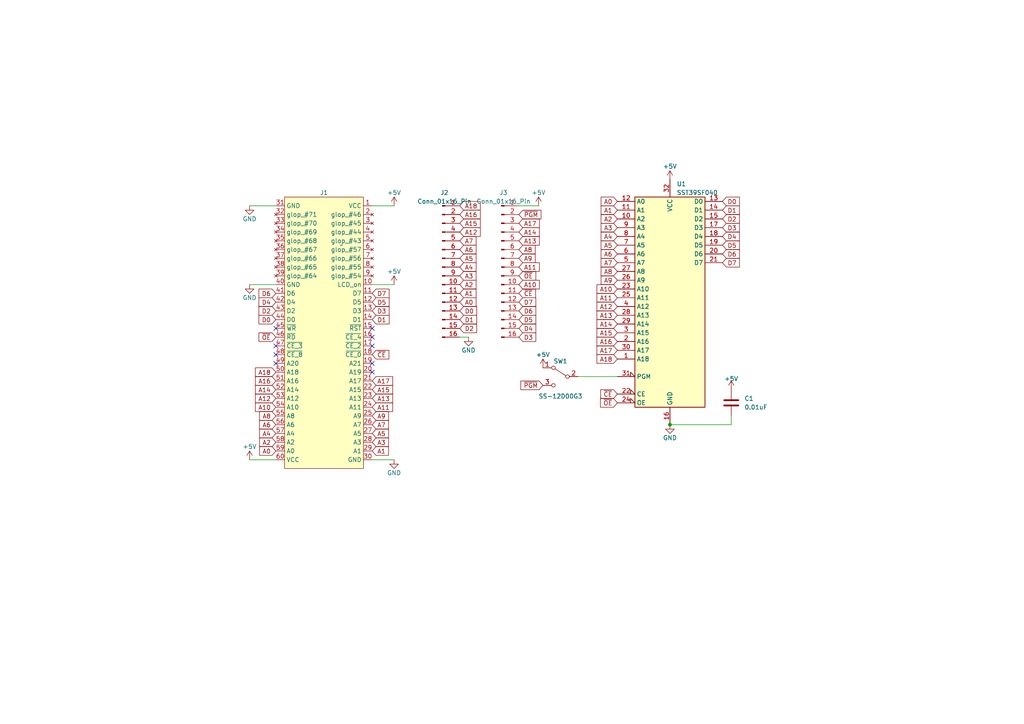
<source format=kicad_sch>
(kicad_sch (version 20230121) (generator eeschema)
  (paper "A4")
  (lib_symbols
    (symbol "Connector:Conn_01x16_Pin" (pin_names (offset 1.016) hide)
      (property "Reference" "J" (at 0 20.32 0))
      (property "Value" "Conn_01x16_Pin" (at 0 -22.86 0))
      (symbol "Conn_01x16_Pin_1_1"
        (polyline (pts (xy 1.27 -20.32) (xy 0.8636 -20.32)) (stroke (width 0.1524)))
        (polyline (pts (xy 1.27 -17.78) (xy 0.8636 -17.78)) (stroke (width 0.1524)))
        (polyline (pts (xy 1.27 -15.24) (xy 0.8636 -15.24)) (stroke (width 0.1524)))
        (polyline (pts (xy 1.27 -12.7) (xy 0.8636 -12.7)) (stroke (width 0.1524)))
        (polyline (pts (xy 1.27 -10.16) (xy 0.8636 -10.16)) (stroke (width 0.1524)))
        (polyline (pts (xy 1.27 -7.62) (xy 0.8636 -7.62)) (stroke (width 0.1524)))
        (polyline (pts (xy 1.27 -5.08) (xy 0.8636 -5.08)) (stroke (width 0.1524)))
        (polyline (pts (xy 1.27 -2.54) (xy 0.8636 -2.54)) (stroke (width 0.1524)))
        (polyline (pts (xy 1.27 0) (xy 0.8636 0)) (stroke (width 0.1524)))
        (polyline (pts (xy 1.27 2.54) (xy 0.8636 2.54)) (stroke (width 0.1524)))
        (polyline (pts (xy 1.27 5.08) (xy 0.8636 5.08)) (stroke (width 0.1524)))
        (polyline (pts (xy 1.27 7.62) (xy 0.8636 7.62)) (stroke (width 0.1524)))
        (polyline (pts (xy 1.27 10.16) (xy 0.8636 10.16)) (stroke (width 0.1524)))
        (polyline (pts (xy 1.27 12.7) (xy 0.8636 12.7)) (stroke (width 0.1524)))
        (polyline (pts (xy 1.27 15.24) (xy 0.8636 15.24)) (stroke (width 0.1524)))
        (polyline (pts (xy 1.27 17.78) (xy 0.8636 17.78)) (stroke (width 0.1524)))
        (rectangle (start 0.8636 -20.193) (end 0 -20.447) (stroke (width 0.1524)) (fill (type outline)))
        (rectangle (start 0.8636 -17.653) (end 0 -17.907) (stroke (width 0.1524)) (fill (type outline)))
        (rectangle (start 0.8636 -15.113) (end 0 -15.367) (stroke (width 0.1524)) (fill (type outline)))
        (rectangle (start 0.8636 -12.573) (end 0 -12.827) (stroke (width 0.1524)) (fill (type outline)))
        (rectangle (start 0.8636 -10.033) (end 0 -10.287) (stroke (width 0.1524)) (fill (type outline)))
        (rectangle (start 0.8636 -7.493) (end 0 -7.747) (stroke (width 0.1524)) (fill (type outline)))
        (rectangle (start 0.8636 -4.953) (end 0 -5.207) (stroke (width 0.1524)) (fill (type outline)))
        (rectangle (start 0.8636 -2.413) (end 0 -2.667) (stroke (width 0.1524)) (fill (type outline)))
        (rectangle (start 0.8636 0.127) (end 0 -0.127) (stroke (width 0.1524)) (fill (type outline)))
        (rectangle (start 0.8636 2.667) (end 0 2.413) (stroke (width 0.1524)) (fill (type outline)))
        (rectangle (start 0.8636 5.207) (end 0 4.953) (stroke (width 0.1524)) (fill (type outline)))
        (rectangle (start 0.8636 7.747) (end 0 7.493) (stroke (width 0.1524)) (fill (type outline)))
        (rectangle (start 0.8636 10.287) (end 0 10.033) (stroke (width 0.1524)) (fill (type outline)))
        (rectangle (start 0.8636 12.827) (end 0 12.573) (stroke (width 0.1524)) (fill (type outline)))
        (rectangle (start 0.8636 15.367) (end 0 15.113) (stroke (width 0.1524)) (fill (type outline)))
        (rectangle (start 0.8636 17.907) (end 0 17.653) (stroke (width 0.1524)) (fill (type outline)))
        (pin passive line (at 5.08 17.78 180) (length 3.81) (name "Pin_1") (number "1"))
        (pin passive line (at 5.08 -5.08 180) (length 3.81) (name "Pin_10") (number "10"))
        (pin passive line (at 5.08 -7.62 180) (length 3.81) (name "Pin_11") (number "11"))
        (pin passive line (at 5.08 -10.16 180) (length 3.81) (name "Pin_12") (number "12"))
        (pin passive line (at 5.08 -12.7 180) (length 3.81) (name "Pin_13") (number "13"))
        (pin passive line (at 5.08 -15.24 180) (length 3.81) (name "Pin_14") (number "14"))
        (pin passive line (at 5.08 -17.78 180) (length 3.81) (name "Pin_15") (number "15"))
        (pin passive line (at 5.08 -20.32 180) (length 3.81) (name "Pin_16") (number "16"))
        (pin passive line (at 5.08 15.24 180) (length 3.81) (name "Pin_2") (number "2"))
        (pin passive line (at 5.08 12.7 180) (length 3.81) (name "Pin_3") (number "3"))
        (pin passive line (at 5.08 10.16 180) (length 3.81) (name "Pin_4") (number "4"))
        (pin passive line (at 5.08 7.62 180) (length 3.81) (name "Pin_5") (number "5"))
        (pin passive line (at 5.08 5.08 180) (length 3.81) (name "Pin_6") (number "6"))
        (pin passive line (at 5.08 2.54 180) (length 3.81) (name "Pin_7") (number "7"))
        (pin passive line (at 5.08 0 180) (length 3.81) (name "Pin_8") (number "8"))
        (pin passive line (at 5.08 -2.54 180) (length 3.81) (name "Pin_9") (number "9"))
      )
    )
    (symbol "Device:C" (pin_numbers hide) (pin_names (offset 0.254))
      (property "Reference" "C" (at 0.635 2.54 0))
      (property "Value" "C" (at 0.635 -2.54 0))
      (symbol "C_0_1"
        (polyline (pts (xy -2.032 -0.762) (xy 2.032 -0.762)) (stroke (width 0.508)))
        (polyline (pts (xy -2.032 0.762) (xy 2.032 0.762)) (stroke (width 0.508)))
      )
      (symbol "C_1_1"
        (pin passive line (at 0 3.81 270) (length 2.794) (name "~") (number "1"))
        (pin passive line (at 0 -3.81 90) (length 2.794) (name "~") (number "2"))
      )
    )
    (symbol "Memory_Flash:SST39SF040"
      (property "Reference" "U" (at 2.54 33.02 0))
      (property "Value" "SST39SF040" (at 0 -30.48 0))
      (symbol "SST39SF040_0_0"
        (pin power_in line (at 0 -34.29 90) (length 5.08) (name "GND") (number "16"))
        (pin power_in line (at 0 36.83 270) (length 5.08) (name "VCC") (number "32"))
      )
      (symbol "SST39SF040_0_1"
        (rectangle (start -10.16 31.75) (end 10.16 -29.21) (stroke (width 0.254)) (fill (type background)))
      )
      (symbol "SST39SF040_1_1"
        (pin input line (at -15.24 -15.24 0) (length 5.08) (name "A18") (number "1"))
        (pin input line (at -15.24 25.4 0) (length 5.08) (name "A2") (number "10"))
        (pin input line (at -15.24 27.94 0) (length 5.08) (name "A1") (number "11"))
        (pin input line (at -15.24 30.48 0) (length 5.08) (name "A0") (number "12"))
        (pin tri_state line (at 15.24 30.48 180) (length 5.08) (name "D0") (number "13"))
        (pin tri_state line (at 15.24 27.94 180) (length 5.08) (name "D1") (number "14"))
        (pin tri_state line (at 15.24 25.4 180) (length 5.08) (name "D2") (number "15"))
        (pin tri_state line (at 15.24 22.86 180) (length 5.08) (name "D3") (number "17"))
        (pin tri_state line (at 15.24 20.32 180) (length 5.08) (name "D4") (number "18"))
        (pin tri_state line (at 15.24 17.78 180) (length 5.08) (name "D5") (number "19"))
        (pin input line (at -15.24 -10.16 0) (length 5.08) (name "A16") (number "2"))
        (pin tri_state line (at 15.24 15.24 180) (length 5.08) (name "D6") (number "20"))
        (pin tri_state line (at 15.24 12.7 180) (length 5.08) (name "D7") (number "21"))
        (pin input input_low (at -15.24 -25.4 0) (length 5.08) (name "CE") (number "22"))
        (pin input line (at -15.24 5.08 0) (length 5.08) (name "A10") (number "23"))
        (pin input input_low (at -15.24 -27.94 0) (length 5.08) (name "OE") (number "24"))
        (pin input line (at -15.24 2.54 0) (length 5.08) (name "A11") (number "25"))
        (pin input line (at -15.24 7.62 0) (length 5.08) (name "A9") (number "26"))
        (pin input line (at -15.24 10.16 0) (length 5.08) (name "A8") (number "27"))
        (pin input line (at -15.24 -2.54 0) (length 5.08) (name "A13") (number "28"))
        (pin input line (at -15.24 -5.08 0) (length 5.08) (name "A14") (number "29"))
        (pin input line (at -15.24 -7.62 0) (length 5.08) (name "A15") (number "3"))
        (pin input line (at -15.24 -12.7 0) (length 5.08) (name "A17") (number "30"))
        (pin input input_low (at -15.24 -20.32 0) (length 5.08) (name "PGM") (number "31"))
        (pin input line (at -15.24 0 0) (length 5.08) (name "A12") (number "4"))
        (pin input line (at -15.24 12.7 0) (length 5.08) (name "A7") (number "5"))
        (pin input line (at -15.24 15.24 0) (length 5.08) (name "A6") (number "6"))
        (pin input line (at -15.24 17.78 0) (length 5.08) (name "A5") (number "7"))
        (pin input line (at -15.24 20.32 0) (length 5.08) (name "A4") (number "8"))
        (pin input line (at -15.24 22.86 0) (length 5.08) (name "A3") (number "9"))
      )
    )
    (symbol "Switch:SW_SPDT" (pin_names (offset 0) hide)
      (property "Reference" "SW" (at 0 4.318 0))
      (property "Value" "SW_SPDT" (at 0 -5.08 0))
      (symbol "SW_SPDT_0_0"
        (circle (center -2.032 0) (radius 0.508))
        (circle (center 2.032 -2.54) (radius 0.508))
      )
      (symbol "SW_SPDT_0_1"
        (polyline (pts (xy -1.524 0.254) (xy 1.651 2.286)))
        (circle (center 2.032 2.54) (radius 0.508))
      )
      (symbol "SW_SPDT_1_1"
        (pin passive line (at 5.08 2.54 180) (length 2.54) (name "A") (number "1"))
        (pin passive line (at -5.08 0 0) (length 2.54) (name "B") (number "2"))
        (pin passive line (at 5.08 -2.54 180) (length 2.54) (name "C") (number "3"))
      )
    )
    (symbol "power:+5V" (power) (pin_names (offset 0))
      (property "Value" "+5V" (at 0 3.556 0))
      (symbol "+5V_0_1"
        (polyline (pts (xy -0.762 1.27) (xy 0 2.54)))
        (polyline (pts (xy 0 0) (xy 0 2.54)))
        (polyline (pts (xy 0 2.54) (xy 0.762 1.27)))
      )
      (symbol "+5V_1_1"
        (pin power_in line (at 0 0 90) (length 0) hide (name "+5V") (number "1"))
      )
    )
    (symbol "power:GND" (power) (pin_names (offset 0))
      (property "Value" "GND" (at 0 -3.81 0))
      (symbol "GND_0_1"
        (polyline (pts (xy 0 0) (xy 0 -1.27) (xy 1.27 -1.27) (xy 0 -2.54) (xy -1.27 -1.27) (xy 0 -1.27)))
      )
      (symbol "GND_1_1"
        (pin power_in line (at 0 0 270) (length 0) hide (name "GND") (number "1"))
      )
    )
    (symbol "symbols:GameKing" (in_bom no)
      (property "Reference" "J" (at -10.16 40.64 0))
      (symbol "GameKing_1_1"
        (rectangle (start -11.43 39.37) (end 11.43 -39.37) (fill (type background)))
        (pin power_out line (at 13.97 36.83 180) (length 2.54) (name "VCC") (number "1"))
        (pin power_in line (at 13.97 13.97 180) (length 2.54) (name "LCD_on") (number "10"))
        (pin bidirectional line (at 13.97 11.43 180) (length 2.54) (name "D7") (number "11"))
        (pin bidirectional line (at 13.97 8.89 180) (length 2.54) (name "D5") (number "12"))
        (pin bidirectional line (at 13.97 6.35 180) (length 2.54) (name "D3") (number "13"))
        (pin bidirectional line (at 13.97 3.81 180) (length 2.54) (name "D1") (number "14"))
        (pin input line (at 13.97 1.27 180) (length 2.54) (name "~{RST}") (number "15"))
        (pin output line (at 13.97 -1.27 180) (length 2.54) (name "~{CE_4}") (number "16"))
        (pin output line (at 13.97 -3.81 180) (length 2.54) (name "~{CE_2}") (number "17"))
        (pin output line (at 13.97 -6.35 180) (length 2.54) (name "~{CE_0}") (number "18"))
        (pin output line (at 13.97 -8.89 180) (length 2.54) (name "A21") (number "19"))
        (pin no_connect line (at 13.97 34.29 180) (length 2.54) (name "glop_#46") (number "2"))
        (pin output line (at 13.97 -11.43 180) (length 2.54) (name "A19") (number "20"))
        (pin output line (at 13.97 -13.97 180) (length 2.54) (name "A17") (number "21"))
        (pin output line (at 13.97 -16.51 180) (length 2.54) (name "A15") (number "22"))
        (pin output line (at 13.97 -19.05 180) (length 2.54) (name "A13") (number "23"))
        (pin output line (at 13.97 -21.59 180) (length 2.54) (name "A11") (number "24"))
        (pin output line (at 13.97 -24.13 180) (length 2.54) (name "A9") (number "25"))
        (pin output line (at 13.97 -26.67 180) (length 2.54) (name "A7") (number "26"))
        (pin output line (at 13.97 -29.21 180) (length 2.54) (name "A5") (number "27"))
        (pin output line (at 13.97 -31.75 180) (length 2.54) (name "A3") (number "28"))
        (pin output line (at 13.97 -34.29 180) (length 2.54) (name "A1") (number "29"))
        (pin no_connect line (at 13.97 31.75 180) (length 2.54) (name "glop_#45") (number "3"))
        (pin power_out line (at 13.97 -36.83 180) (length 2.54) (name "GND") (number "30"))
        (pin power_in line (at -13.97 36.83 0) (length 2.54) (name "GND") (number "31"))
        (pin no_connect line (at -13.97 34.29 0) (length 2.54) (name "glop_#71") (number "32"))
        (pin no_connect line (at -13.97 31.75 0) (length 2.54) (name "glop_#70") (number "33"))
        (pin no_connect line (at -13.97 29.21 0) (length 2.54) (name "glop_#69") (number "34"))
        (pin no_connect line (at -13.97 26.67 0) (length 2.54) (name "glop_#68") (number "35"))
        (pin no_connect line (at -13.97 24.13 0) (length 2.54) (name "glop_#67") (number "36"))
        (pin no_connect line (at -13.97 21.59 0) (length 2.54) (name "glop_#66") (number "37"))
        (pin no_connect line (at -13.97 19.05 0) (length 2.54) (name "glop_#65") (number "38"))
        (pin no_connect line (at -13.97 16.51 0) (length 2.54) (name "glop_#64") (number "39"))
        (pin no_connect line (at 13.97 29.21 180) (length 2.54) (name "glop_#44") (number "4"))
        (pin power_in line (at -13.97 13.97 0) (length 2.54) (name "GND") (number "40"))
        (pin bidirectional line (at -13.97 11.43 0) (length 2.54) (name "D6") (number "41"))
        (pin bidirectional line (at -13.97 8.89 0) (length 2.54) (name "D4") (number "42"))
        (pin bidirectional line (at -13.97 6.35 0) (length 2.54) (name "D2") (number "43"))
        (pin bidirectional line (at -13.97 3.81 0) (length 2.54) (name "D0") (number "44"))
        (pin output line (at -13.97 1.27 0) (length 2.54) (name "~{WR}") (number "45"))
        (pin output line (at -13.97 -1.27 0) (length 2.54) (name "~{RD}") (number "46"))
        (pin output line (at -13.97 -3.81 0) (length 2.54) (name "~{CE_3}") (number "47"))
        (pin output line (at -13.97 -6.35 0) (length 2.54) (name "~{CE_8}") (number "48"))
        (pin output line (at -13.97 -8.89 0) (length 2.54) (name "A20") (number "49"))
        (pin no_connect line (at 13.97 26.67 180) (length 2.54) (name "glop_#43") (number "5"))
        (pin output line (at -13.97 -11.43 0) (length 2.54) (name "A18") (number "50"))
        (pin output line (at -13.97 -13.97 0) (length 2.54) (name "A16") (number "51"))
        (pin output line (at -13.97 -16.51 0) (length 2.54) (name "A14") (number "52"))
        (pin output line (at -13.97 -19.05 0) (length 2.54) (name "A12") (number "53"))
        (pin output line (at -13.97 -21.59 0) (length 2.54) (name "A10") (number "54"))
        (pin output line (at -13.97 -24.13 0) (length 2.54) (name "A8") (number "55"))
        (pin output line (at -13.97 -26.67 0) (length 2.54) (name "A6") (number "56"))
        (pin output line (at -13.97 -29.21 0) (length 2.54) (name "A4") (number "57"))
        (pin output line (at -13.97 -31.75 0) (length 2.54) (name "A2") (number "58"))
        (pin output line (at -13.97 -34.29 0) (length 2.54) (name "A0") (number "59"))
        (pin no_connect line (at 13.97 24.13 180) (length 2.54) (name "glop_#57") (number "6"))
        (pin power_in line (at -13.97 -36.83 0) (length 2.54) (name "VCC") (number "60"))
        (pin no_connect line (at 13.97 21.59 180) (length 2.54) (name "glop_#56") (number "7"))
        (pin no_connect line (at 13.97 19.05 180) (length 2.54) (name "glop_#55") (number "8"))
        (pin no_connect line (at 13.97 16.51 180) (length 2.54) (name "glop_#54") (number "9"))
      )
    )
  )
  (junction (at 194.31 123.19))
  (no_connect (at 107.95 97.79))
  (no_connect (at 80.01 102.87))
  (no_connect (at 80.01 95.25))
  (no_connect (at 107.95 105.41))
  (no_connect (at 107.95 100.33))
  (no_connect (at 107.95 95.25))
  (no_connect (at 107.95 107.95))
  (no_connect (at 80.01 100.33))
  (no_connect (at 80.01 105.41))
  (wire (pts (xy 72.39 82.55) (xy 80.01 82.55)))
  (wire (pts (xy 133.35 97.79) (xy 135.89 97.79)))
  (wire (pts (xy 150.495 59.69) (xy 156.21 59.69)))
  (wire (pts (xy 212.09 120.65) (xy 212.09 123.19)))
  (wire (pts (xy 167.64 109.22) (xy 179.07 109.22)))
  (wire (pts (xy 212.09 123.19) (xy 194.31 123.19)))
  (wire (pts (xy 72.39 59.69) (xy 80.01 59.69)))
  (wire (pts (xy 107.95 82.55) (xy 114.3 82.55)))
  (wire (pts (xy 107.95 133.35) (xy 114.3 133.35)))
  (wire (pts (xy 72.39 133.35) (xy 80.01 133.35)))
  (wire (pts (xy 107.95 59.69) (xy 114.3 59.69)))
  (global_label "A1" (shape input) (at 107.95 130.81 0) (property "Intersheetrefs" "${INTERSHEET_REFS}" (effects hide)))
  (global_label "D3" (shape input) (at 107.95 90.17 0) (property "Intersheetrefs" "${INTERSHEET_REFS}" (effects hide)))
  (global_label "A0" (shape input) (at 133.35 87.63 0) (property "Intersheetrefs" "${INTERSHEET_REFS}" (effects hide)))
  (global_label "D6" (shape input) (at 150.495 90.17 0) (property "Intersheetrefs" "${INTERSHEET_REFS}" (effects hide)))
  (global_label "~{OE}" (shape input) (at 179.07 116.84 180) (property "Intersheetrefs" "${INTERSHEET_REFS}" (effects hide)))
  (global_label "A15" (shape input) (at 133.35 64.77 0) (property "Intersheetrefs" "${INTERSHEET_REFS}" (effects hide)))
  (global_label "D2" (shape input) (at 133.35 95.25 0) (property "Intersheetrefs" "${INTERSHEET_REFS}" (effects hide)))
  (global_label "A2" (shape input) (at 179.07 63.5 180) (property "Intersheetrefs" "${INTERSHEET_REFS}" (effects hide)))
  (global_label "D7" (shape input) (at 107.95 85.09 0) (property "Intersheetrefs" "${INTERSHEET_REFS}" (effects hide)))
  (global_label "A6" (shape input) (at 133.35 72.39 0) (property "Intersheetrefs" "${INTERSHEET_REFS}" (effects hide)))
  (global_label "A9" (shape input) (at 179.07 81.28 180) (property "Intersheetrefs" "${INTERSHEET_REFS}" (effects hide)))
  (global_label "D2" (shape input) (at 80.01 90.17 180) (property "Intersheetrefs" "${INTERSHEET_REFS}" (effects hide)))
  (global_label "A4" (shape input) (at 133.35 77.47 0) (property "Intersheetrefs" "${INTERSHEET_REFS}" (effects hide)))
  (global_label "A7" (shape input) (at 107.95 123.19 0) (property "Intersheetrefs" "${INTERSHEET_REFS}" (effects hide)))
  (global_label "A16" (shape input) (at 133.35 62.23 0) (property "Intersheetrefs" "${INTERSHEET_REFS}" (effects hide)))
  (global_label "D6" (shape input) (at 80.01 85.09 180) (property "Intersheetrefs" "${INTERSHEET_REFS}" (effects hide)))
  (global_label "~{CE}" (shape input) (at 179.07 114.3 180) (property "Intersheetrefs" "${INTERSHEET_REFS}" (effects hide)))
  (global_label "A0" (shape input) (at 80.01 130.81 180) (property "Intersheetrefs" "${INTERSHEET_REFS}" (effects hide)))
  (global_label "A17" (shape input) (at 150.495 64.77 0) (property "Intersheetrefs" "${INTERSHEET_REFS}" (effects hide)))
  (global_label "D7" (shape input) (at 150.495 87.63 0) (property "Intersheetrefs" "${INTERSHEET_REFS}" (effects hide)))
  (global_label "A12" (shape input) (at 80.01 115.57 180) (property "Intersheetrefs" "${INTERSHEET_REFS}" (effects hide)))
  (global_label "D5" (shape input) (at 107.95 87.63 0) (property "Intersheetrefs" "${INTERSHEET_REFS}" (effects hide)))
  (global_label "A11" (shape input) (at 179.07 86.36 180) (property "Intersheetrefs" "${INTERSHEET_REFS}" (effects hide)))
  (global_label "D7" (shape input) (at 209.55 76.2 0) (property "Intersheetrefs" "${INTERSHEET_REFS}" (effects hide)))
  (global_label "A5" (shape input) (at 107.95 125.73 0) (property "Intersheetrefs" "${INTERSHEET_REFS}" (effects hide)))
  (global_label "A3" (shape input) (at 133.35 80.01 0) (property "Intersheetrefs" "${INTERSHEET_REFS}" (effects hide)))
  (global_label "A14" (shape input) (at 80.01 113.03 180) (property "Intersheetrefs" "${INTERSHEET_REFS}" (effects hide)))
  (global_label "A3" (shape input) (at 107.95 128.27 0) (property "Intersheetrefs" "${INTERSHEET_REFS}" (effects hide)))
  (global_label "A11" (shape input) (at 150.495 77.47 0) (property "Intersheetrefs" "${INTERSHEET_REFS}" (effects hide)))
  (global_label "D0" (shape input) (at 80.01 92.71 180) (property "Intersheetrefs" "${INTERSHEET_REFS}" (effects hide)))
  (global_label "A16" (shape input) (at 179.07 99.06 180) (property "Intersheetrefs" "${INTERSHEET_REFS}" (effects hide)))
  (global_label "A17" (shape input) (at 107.95 110.49 0) (property "Intersheetrefs" "${INTERSHEET_REFS}" (effects hide)))
  (global_label "A14" (shape input) (at 150.495 67.31 0) (property "Intersheetrefs" "${INTERSHEET_REFS}" (effects hide)))
  (global_label "D5" (shape input) (at 209.55 71.12 0) (property "Intersheetrefs" "${INTERSHEET_REFS}" (effects hide)))
  (global_label "A10" (shape input) (at 179.07 83.82 180) (property "Intersheetrefs" "${INTERSHEET_REFS}" (effects hide)))
  (global_label "D1" (shape input) (at 209.55 60.96 0) (property "Intersheetrefs" "${INTERSHEET_REFS}" (effects hide)))
  (global_label "~{PGM}" (shape input) (at 157.48 111.76 180) (property "Intersheetrefs" "${INTERSHEET_REFS}" (effects hide)))
  (global_label "A1" (shape input) (at 133.35 85.09 0) (property "Intersheetrefs" "${INTERSHEET_REFS}" (effects hide)))
  (global_label "D1" (shape input) (at 107.95 92.71 0) (property "Intersheetrefs" "${INTERSHEET_REFS}" (effects hide)))
  (global_label "A2" (shape input) (at 80.01 128.27 180) (property "Intersheetrefs" "${INTERSHEET_REFS}" (effects hide)))
  (global_label "A18" (shape input) (at 80.01 107.95 180) (property "Intersheetrefs" "${INTERSHEET_REFS}" (effects hide)))
  (global_label "A8" (shape input) (at 179.07 78.74 180) (property "Intersheetrefs" "${INTERSHEET_REFS}" (effects hide)))
  (global_label "A1" (shape input) (at 179.07 60.96 180) (property "Intersheetrefs" "${INTERSHEET_REFS}" (effects hide)))
  (global_label "A18" (shape input) (at 133.35 59.69 0) (property "Intersheetrefs" "${INTERSHEET_REFS}" (effects hide)))
  (global_label "A10" (shape input) (at 150.495 82.55 0) (property "Intersheetrefs" "${INTERSHEET_REFS}" (effects hide)))
  (global_label "A13" (shape input) (at 107.95 115.57 0) (property "Intersheetrefs" "${INTERSHEET_REFS}" (effects hide)))
  (global_label "A12" (shape input) (at 179.07 88.9 180) (property "Intersheetrefs" "${INTERSHEET_REFS}" (effects hide)))
  (global_label "~{CE}" (shape input) (at 150.495 85.09 0) (property "Intersheetrefs" "${INTERSHEET_REFS}" (effects hide)))
  (global_label "D2" (shape input) (at 209.55 63.5 0) (property "Intersheetrefs" "${INTERSHEET_REFS}" (effects hide)))
  (global_label "A9" (shape input) (at 107.95 120.65 0) (property "Intersheetrefs" "${INTERSHEET_REFS}" (effects hide)))
  (global_label "A14" (shape input) (at 179.07 93.98 180) (property "Intersheetrefs" "${INTERSHEET_REFS}" (effects hide)))
  (global_label "D3" (shape input) (at 209.55 66.04 0) (property "Intersheetrefs" "${INTERSHEET_REFS}" (effects hide)))
  (global_label "A5" (shape input) (at 133.35 74.93 0) (property "Intersheetrefs" "${INTERSHEET_REFS}" (effects hide)))
  (global_label "A8" (shape input) (at 80.01 120.65 180) (property "Intersheetrefs" "${INTERSHEET_REFS}" (effects hide)))
  (global_label "D0" (shape input) (at 209.55 58.42 0) (property "Intersheetrefs" "${INTERSHEET_REFS}" (effects hide)))
  (global_label "D5" (shape input) (at 150.495 92.71 0) (property "Intersheetrefs" "${INTERSHEET_REFS}" (effects hide)))
  (global_label "A5" (shape input) (at 179.07 71.12 180) (property "Intersheetrefs" "${INTERSHEET_REFS}" (effects hide)))
  (global_label "A17" (shape input) (at 179.07 101.6 180) (property "Intersheetrefs" "${INTERSHEET_REFS}" (effects hide)))
  (global_label "A3" (shape input) (at 179.07 66.04 180) (property "Intersheetrefs" "${INTERSHEET_REFS}" (effects hide)))
  (global_label "D4" (shape input) (at 209.55 68.58 0) (property "Intersheetrefs" "${INTERSHEET_REFS}" (effects hide)))
  (global_label "A6" (shape input) (at 179.07 73.66 180) (property "Intersheetrefs" "${INTERSHEET_REFS}" (effects hide)))
  (global_label "A8" (shape input) (at 150.495 72.39 0) (property "Intersheetrefs" "${INTERSHEET_REFS}" (effects hide)))
  (global_label "D3" (shape input) (at 150.495 97.79 0) (property "Intersheetrefs" "${INTERSHEET_REFS}" (effects hide)))
  (global_label "D6" (shape input) (at 209.55 73.66 0) (property "Intersheetrefs" "${INTERSHEET_REFS}" (effects hide)))
  (global_label "A11" (shape input) (at 107.95 118.11 0) (property "Intersheetrefs" "${INTERSHEET_REFS}" (effects hide)))
  (global_label "~{PGM}" (shape input) (at 150.495 62.23 0) (property "Intersheetrefs" "${INTERSHEET_REFS}" (effects hide)))
  (global_label "D0" (shape input) (at 133.35 90.17 0) (property "Intersheetrefs" "${INTERSHEET_REFS}" (effects hide)))
  (global_label "A10" (shape input) (at 80.01 118.11 180) (property "Intersheetrefs" "${INTERSHEET_REFS}" (effects hide)))
  (global_label "A12" (shape input) (at 133.35 67.31 0) (property "Intersheetrefs" "${INTERSHEET_REFS}" (effects hide)))
  (global_label "A0" (shape input) (at 179.07 58.42 180) (property "Intersheetrefs" "${INTERSHEET_REFS}" (effects hide)))
  (global_label "A15" (shape input) (at 107.95 113.03 0) (property "Intersheetrefs" "${INTERSHEET_REFS}" (effects hide)))
  (global_label "D4" (shape input) (at 80.01 87.63 180) (property "Intersheetrefs" "${INTERSHEET_REFS}" (effects hide)))
  (global_label "A6" (shape input) (at 80.01 123.19 180) (property "Intersheetrefs" "${INTERSHEET_REFS}" (effects hide)))
  (global_label "A7" (shape input) (at 133.35 69.85 0) (property "Intersheetrefs" "${INTERSHEET_REFS}" (effects hide)))
  (global_label "A7" (shape input) (at 179.07 76.2 180) (property "Intersheetrefs" "${INTERSHEET_REFS}" (effects hide)))
  (global_label "A2" (shape input) (at 133.35 82.55 0) (property "Intersheetrefs" "${INTERSHEET_REFS}" (effects hide)))
  (global_label "~{CE}" (shape input) (at 107.95 102.87 0) (property "Intersheetrefs" "${INTERSHEET_REFS}" (effects hide)))
  (global_label "A15" (shape input) (at 179.07 96.52 180) (property "Intersheetrefs" "${INTERSHEET_REFS}" (effects hide)))
  (global_label "A18" (shape input) (at 179.07 104.14 180) (property "Intersheetrefs" "${INTERSHEET_REFS}" (effects hide)))
  (global_label "~{OE}" (shape input) (at 80.01 97.79 180) (property "Intersheetrefs" "${INTERSHEET_REFS}" (effects hide)))
  (global_label "A16" (shape input) (at 80.01 110.49 180) (property "Intersheetrefs" "${INTERSHEET_REFS}" (effects hide)))
  (global_label "D1" (shape input) (at 133.35 92.71 0) (property "Intersheetrefs" "${INTERSHEET_REFS}" (effects hide)))
  (global_label "A13" (shape input) (at 150.495 69.85 0) (property "Intersheetrefs" "${INTERSHEET_REFS}" (effects hide)))
  (global_label "A13" (shape input) (at 179.07 91.44 180) (property "Intersheetrefs" "${INTERSHEET_REFS}" (effects hide)))
  (global_label "A4" (shape input) (at 179.07 68.58 180) (property "Intersheetrefs" "${INTERSHEET_REFS}" (effects hide)))
  (global_label "D4" (shape input) (at 150.495 95.25 0) (property "Intersheetrefs" "${INTERSHEET_REFS}" (effects hide)))
  (global_label "A4" (shape input) (at 80.01 125.73 180) (property "Intersheetrefs" "${INTERSHEET_REFS}" (effects hide)))
  (global_label "~{OE}" (shape input) (at 150.495 80.01 0) (property "Intersheetrefs" "${INTERSHEET_REFS}" (effects hide)))
  (global_label "A9" (shape input) (at 150.495 74.93 0) (property "Intersheetrefs" "${INTERSHEET_REFS}" (effects hide)))
  (symbol (lib_id "Switch:SW_SPDT") (at 162.56 109.22 0) (mirror y) (unit 1)
    (property "Reference" "SW1" (at 162.56 104.775 0))
    (property "Value" "SS-12D00G3" (at 162.56 114.935 0))
    (property "Footprint" "footprints:SlideSW" (effects hide))
  )
  (symbol (lib_id "power:+5V") (at 157.48 106.68 0) (unit 1)
    (property "Reference" "#PWR09" (effects hide))
    (property "Value" "+5V" (at 157.48 102.87 0))
  )
  (symbol (lib_id "Memory_Flash:SST39SF040") (at 194.31 88.9 0) (unit 1)
    (property "Reference" "U1" (at 196.2659 53.34 0) (effects (justify left)))
    (property "Value" "SST39SF040" (at 196.2659 55.88 0) (effects (justify left)))
    (property "Footprint" "Package_LCC:PLCC-32_THT-Socket" (effects hide))
    (property "Datasheet" "http://ww1.microchip.com/downloads/en/DeviceDoc/25022B.pdf" (effects hide))
  )
  (symbol (lib_id "power:+5V") (at 212.09 113.03 0) (unit 1)
    (property "Reference" "#PWR03" (effects hide))
    (property "Value" "+5V" (at 212.09 109.855 0))
  )
  (symbol (lib_id "power:+5V") (at 114.3 59.69 0) (unit 1)
    (property "Reference" "#PWR04" (effects hide))
    (property "Value" "+5V" (at 114.3 55.88 0))
  )
  (symbol (lib_id "power:GND") (at 114.3 133.35 0) (unit 1)
    (property "Reference" "#PWR05" (effects hide))
    (property "Value" "GND" (at 114.3 137.16 0))
  )
  (symbol (lib_id "power:+5V") (at 156.21 59.69 0) (unit 1)
    (property "Reference" "#PWR011" (effects hide))
    (property "Value" "+5V" (at 156.21 55.88 0))
  )
  (symbol (lib_id "power:+5V") (at 72.39 133.35 0) (unit 1)
    (property "Reference" "#PWR08" (effects hide))
    (property "Value" "+5V" (at 72.39 129.54 0))
  )
  (symbol (lib_id "power:GND") (at 194.31 123.19 0) (unit 1)
    (property "Reference" "#PWR02" (effects hide))
    (property "Value" "GND" (at 194.31 127 0))
  )
  (symbol (lib_id "power:GND") (at 135.89 97.79 0) (unit 1)
    (property "Reference" "#PWR010" (effects hide))
    (property "Value" "GND" (at 135.89 101.6 0))
  )
  (symbol (lib_id "power:+5V") (at 194.31 52.07 0) (unit 1)
    (property "Reference" "#PWR01" (effects hide))
    (property "Value" "+5V" (at 194.31 48.26 0))
  )
  (symbol (lib_id "power:GND") (at 72.39 82.55 0) (unit 1)
    (property "Reference" "#PWR07" (effects hide))
    (property "Value" "GND" (at 72.39 86.36 0))
  )
  (symbol (lib_id "power:+5V") (at 114.3 82.55 0) (unit 1)
    (property "Reference" "#PWR012" (effects hide))
    (property "Value" "+5V" (at 114.3 78.74 0))
  )
  (symbol (lib_id "symbols:GameKing") (at 93.98 96.52 0) (unit 1) (in_bom no)
    (property "Reference" "J1" (at 93.98 55.88 0))
    (property "Value" "~" (at 99.06 71.12 0))
    (property "Footprint" "footprints:GameKing" (effects hide))
  )
  (symbol (lib_id "Device:C") (at 212.09 116.84 0) (unit 1)
    (property "Reference" "C1" (at 215.9 115.5699 0) (effects (justify left)))
    (property "Value" "0.01uF" (at 215.9 118.1099 0) (effects (justify left)))
    (property "Footprint" "Capacitor_THT:C_Disc_D5.0mm_W2.5mm_P5.00mm" (effects hide))
  )
  (symbol (lib_id "Connector:Conn_01x16_Pin") (at 145.415 77.47 0) (unit 1)
    (property "Reference" "J3" (at 146.05 55.88 0))
    (property "Value" "Conn_01x16_Pin" (at 146.05 58.42 0))
    (property "Footprint" "Connector_PinHeader_2.54mm:PinHeader_1x16_P2.54mm_Vertical" (effects hide))
  )
  (symbol (lib_id "power:GND") (at 72.39 59.69 0) (unit 1)
    (property "Reference" "#PWR06" (effects hide))
    (property "Value" "GND" (at 72.39 63.5 0))
  )
  (symbol (lib_id "Connector:Conn_01x16_Pin") (at 128.27 77.47 0) (unit 1)
    (property "Reference" "J2" (at 128.905 55.88 0))
    (property "Value" "Conn_01x16_Pin" (at 128.905 58.42 0))
    (property "Footprint" "Connector_PinHeader_2.54mm:PinHeader_1x16_P2.54mm_Vertical" (effects hide))
  )
)
</source>
